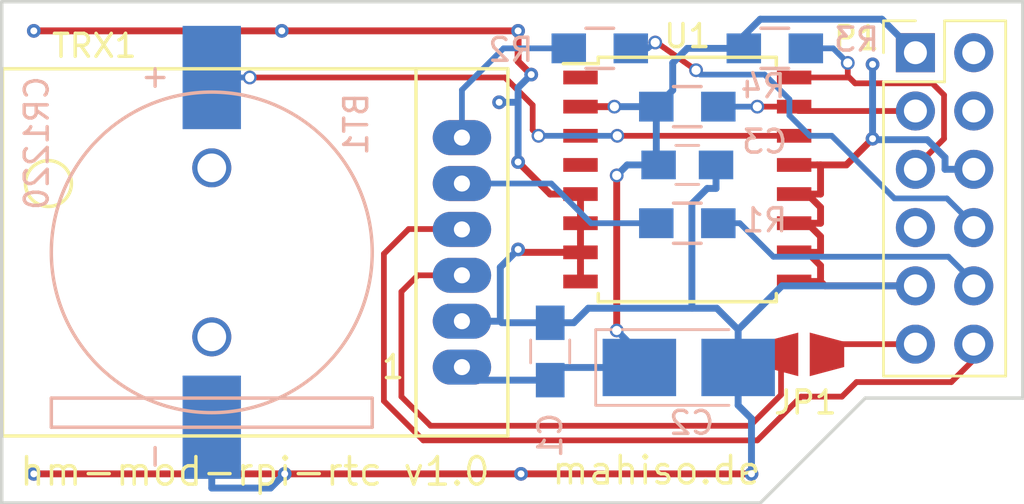
<source format=kicad_pcb>
(kicad_pcb (version 20171130) (host pcbnew "(5.1.12)-1")

  (general
    (thickness 1.6)
    (drawings 8)
    (tracks 178)
    (zones 0)
    (modules 25)
    (nets 19)
  )

  (page A4)
  (layers
    (0 F.Cu signal)
    (31 B.Cu signal)
    (32 B.Adhes user hide)
    (33 F.Adhes user hide)
    (34 B.Paste user hide)
    (35 F.Paste user hide)
    (36 B.SilkS user hide)
    (37 F.SilkS user hide)
    (38 B.Mask user hide)
    (39 F.Mask user hide)
    (40 Dwgs.User user hide)
    (41 Cmts.User user hide)
    (42 Eco1.User user hide)
    (43 Eco2.User user hide)
    (44 Edge.Cuts user)
    (45 Margin user hide)
    (46 B.CrtYd user hide)
    (47 F.CrtYd user hide)
    (48 B.Fab user hide)
    (49 F.Fab user hide)
  )

  (setup
    (last_trace_width 0.25)
    (trace_clearance 0.2)
    (zone_clearance 0.508)
    (zone_45_only no)
    (trace_min 0.2)
    (via_size 0.6)
    (via_drill 0.4)
    (via_min_size 0.4)
    (via_min_drill 0.3)
    (uvia_size 0.3)
    (uvia_drill 0.1)
    (uvias_allowed no)
    (uvia_min_size 0.2)
    (uvia_min_drill 0.1)
    (edge_width 0.15)
    (segment_width 0.2)
    (pcb_text_width 0.3)
    (pcb_text_size 1.5 1.5)
    (mod_edge_width 0.15)
    (mod_text_size 1 1)
    (mod_text_width 0.15)
    (pad_size 0.6 0.6)
    (pad_drill 0.3)
    (pad_to_mask_clearance 0.2)
    (aux_axis_origin 0 0)
    (visible_elements 7FFFFFFF)
    (pcbplotparams
      (layerselection 0x010f0_80000001)
      (usegerberextensions true)
      (usegerberattributes true)
      (usegerberadvancedattributes true)
      (creategerberjobfile true)
      (excludeedgelayer true)
      (linewidth 0.100000)
      (plotframeref false)
      (viasonmask false)
      (mode 1)
      (useauxorigin false)
      (hpglpennumber 1)
      (hpglpenspeed 20)
      (hpglpendiameter 15.000000)
      (psnegative false)
      (psa4output false)
      (plotreference true)
      (plotvalue true)
      (plotinvisibletext false)
      (padsonsilk false)
      (subtractmaskfromsilk false)
      (outputformat 1)
      (mirror false)
      (drillshape 0)
      (scaleselection 1)
      (outputdirectory "gerber-output/"))
  )

  (net 0 "")
  (net 1 VCC)
  (net 2 GND)
  (net 3 /PROG)
  (net 4 "Net-(JP1-Pad2)")
  (net 5 "Net-(P1-Pad2)")
  (net 6 /SDA)
  (net 7 "Net-(P1-Pad4)")
  (net 8 /SCL)
  (net 9 "Net-(P1-Pad7)")
  (net 10 /RX)
  (net 11 /TX)
  (net 12 /RESET)
  (net 13 "Net-(R1-Pad2)")
  (net 14 "Net-(R2-Pad2)")
  (net 15 "Net-(U1-Pad1)")
  (net 16 "Net-(U1-Pad3)")
  (net 17 "Net-(U1-Pad4)")
  (net 18 "Net-(BT1-Pad1)")

  (net_class Default "This is the default net class."
    (clearance 0.2)
    (trace_width 0.25)
    (via_dia 0.6)
    (via_drill 0.4)
    (uvia_dia 0.3)
    (uvia_drill 0.1)
    (add_net /PROG)
    (add_net /RESET)
    (add_net /RX)
    (add_net /SCL)
    (add_net /SDA)
    (add_net /TX)
    (add_net "Net-(BT1-Pad1)")
    (add_net "Net-(JP1-Pad2)")
    (add_net "Net-(P1-Pad2)")
    (add_net "Net-(P1-Pad4)")
    (add_net "Net-(P1-Pad7)")
    (add_net "Net-(R1-Pad2)")
    (add_net "Net-(R2-Pad2)")
    (add_net "Net-(U1-Pad1)")
    (add_net "Net-(U1-Pad3)")
    (add_net "Net-(U1-Pad4)")
  )

  (net_class Power ""
    (clearance 0.25)
    (trace_width 0.3)
    (via_dia 0.6)
    (via_drill 0.4)
    (uvia_dia 0.3)
    (uvia_drill 0.1)
    (add_net GND)
    (add_net VCC)
  )

  (module hm-mod-uart:VIA-0.6mm (layer F.Cu) (tedit 58C46686) (tstamp 58C46E4C)
    (at 155.829 116.713)
    (fp_text reference REF**_13 (at 0 1.27) (layer F.SilkS) hide
      (effects (font (size 1 1) (thickness 0.15)))
    )
    (fp_text value VIA-0.6mm (at 0 -1.27) (layer F.Fab) hide
      (effects (font (size 1 1) (thickness 0.15)))
    )
    (pad 1 thru_hole circle (at 0 0) (size 0.6 0.6) (drill 0.3) (layers *.Cu)
      (net 2 GND) (zone_connect 2))
  )

  (module hm-mod-uart:VIA-0.6mm (layer F.Cu) (tedit 58C46686) (tstamp 58C46DA9)
    (at 155.829 107.188)
    (fp_text reference REF**_12 (at 0 1.27) (layer F.SilkS) hide
      (effects (font (size 1 1) (thickness 0.15)))
    )
    (fp_text value VIA-0.6mm (at 0 -1.27) (layer F.Fab) hide
      (effects (font (size 1 1) (thickness 0.15)))
    )
    (pad 1 thru_hole circle (at 0 0) (size 0.6 0.6) (drill 0.3) (layers *.Cu)
      (net 2 GND) (zone_connect 2))
  )

  (module hm-mod-uart:VIA-0.6mm (layer F.Cu) (tedit 58C46686) (tstamp 58C46D96)
    (at 145.542 107.188)
    (fp_text reference REF**_11 (at 0 1.27) (layer F.SilkS) hide
      (effects (font (size 1 1) (thickness 0.15)))
    )
    (fp_text value VIA-0.6mm (at 0 -1.27) (layer F.Fab) hide
      (effects (font (size 1 1) (thickness 0.15)))
    )
    (pad 1 thru_hole circle (at 0 0) (size 0.6 0.6) (drill 0.3) (layers *.Cu)
      (net 2 GND) (zone_connect 2))
  )

  (module hm-mod-uart:VIA-0.6mm (layer F.Cu) (tedit 58C46686) (tstamp 58C46D89)
    (at 134.747 107.188)
    (fp_text reference REF**_10 (at 0 1.27) (layer F.SilkS) hide
      (effects (font (size 1 1) (thickness 0.15)))
    )
    (fp_text value VIA-0.6mm (at 0 -1.27) (layer F.Fab) hide
      (effects (font (size 1 1) (thickness 0.15)))
    )
    (pad 1 thru_hole circle (at 0 0) (size 0.6 0.6) (drill 0.3) (layers *.Cu)
      (net 2 GND) (zone_connect 2))
  )

  (module hm-mod-uart:VIA-0.6mm (layer F.Cu) (tedit 58C46686) (tstamp 58C46D58)
    (at 134.747 126.492)
    (fp_text reference REF**_9 (at 0 1.27) (layer F.SilkS) hide
      (effects (font (size 1 1) (thickness 0.15)))
    )
    (fp_text value VIA-0.6mm (at 0 -1.27) (layer F.Fab) hide
      (effects (font (size 1 1) (thickness 0.15)))
    )
    (pad 1 thru_hole circle (at 0 0) (size 0.6 0.6) (drill 0.3) (layers *.Cu)
      (net 2 GND) (zone_connect 2))
  )

  (module hm-mod-uart:VIA-0.6mm (layer F.Cu) (tedit 58C46686) (tstamp 58C46D30)
    (at 145.669 126.492)
    (fp_text reference REF**_8 (at 0 1.27) (layer F.SilkS) hide
      (effects (font (size 1 1) (thickness 0.15)))
    )
    (fp_text value VIA-0.6mm (at 0 -1.27) (layer F.Fab) hide
      (effects (font (size 1 1) (thickness 0.15)))
    )
    (pad 1 thru_hole circle (at 0 0) (size 0.6 0.6) (drill 0.3) (layers *.Cu)
      (net 2 GND) (zone_connect 2))
  )

  (module hm-mod-uart:VIA-0.6mm (layer F.Cu) (tedit 58C46686) (tstamp 58C46D26)
    (at 155.956 126.492)
    (fp_text reference REF**_7 (at 0 1.27) (layer F.SilkS) hide
      (effects (font (size 1 1) (thickness 0.15)))
    )
    (fp_text value VIA-0.6mm (at 0 -1.27) (layer F.Fab) hide
      (effects (font (size 1 1) (thickness 0.15)))
    )
    (pad 1 thru_hole circle (at 0 0) (size 0.6 0.6) (drill 0.3) (layers *.Cu)
      (net 2 GND) (zone_connect 2))
  )

  (module hm-mod-uart:VIA-0.6mm (layer F.Cu) (tedit 58C46686) (tstamp 58C46CE0)
    (at 165.989 126.492)
    (fp_text reference REF**_6 (at 0 1.27) (layer F.SilkS) hide
      (effects (font (size 1 1) (thickness 0.15)))
    )
    (fp_text value VIA-0.6mm (at 0 -1.27) (layer F.Fab) hide
      (effects (font (size 1 1) (thickness 0.15)))
    )
    (pad 1 thru_hole circle (at 0 0) (size 0.6 0.6) (drill 0.3) (layers *.Cu)
      (net 2 GND) (zone_connect 2))
  )

  (module hm-mod-uart:VIA-0.6mm (layer F.Cu) (tedit 58C46686) (tstamp 58C46947)
    (at 171.26 111.887)
    (fp_text reference REF**_5 (at 0 1.27) (layer F.SilkS) hide
      (effects (font (size 1 1) (thickness 0.15)))
    )
    (fp_text value VIA-0.6mm (at 0 -1.27) (layer F.Fab) hide
      (effects (font (size 1 1) (thickness 0.15)))
    )
    (pad 1 thru_hole circle (at 0 0) (size 0.6 0.6) (drill 0.3) (layers *.Cu)
      (net 2 GND) (zone_connect 2))
  )

  (module hm-mod-uart:VIA-0.6mm (layer F.Cu) (tedit 58C46686) (tstamp 58C46777)
    (at 171.26 108.648)
    (fp_text reference REF**_4 (at 0 1.27) (layer F.SilkS) hide
      (effects (font (size 1 1) (thickness 0.15)))
    )
    (fp_text value VIA-0.6mm (at 0 -1.27) (layer F.Fab) hide
      (effects (font (size 1 1) (thickness 0.15)))
    )
    (pad 1 thru_hole circle (at 0 0) (size 0.6 0.6) (drill 0.3) (layers *.Cu)
      (net 2 GND) (zone_connect 2))
  )

  (module hm-mod-uart:VIA-0.6mm (layer F.Cu) (tedit 58C46686) (tstamp 58C466E6)
    (at 156.4 109.093)
    (fp_text reference REF**_3 (at 0 1.27) (layer F.SilkS) hide
      (effects (font (size 1 1) (thickness 0.15)))
    )
    (fp_text value VIA-0.6mm (at 0 -1.27) (layer F.Fab) hide
      (effects (font (size 1 1) (thickness 0.15)))
    )
    (pad 1 thru_hole circle (at 0 0) (size 0.6 0.6) (drill 0.3) (layers *.Cu)
      (net 2 GND) (zone_connect 2))
  )

  (module hm-mod-uart:VIA-0.6mm (layer F.Cu) (tedit 58C46686) (tstamp 58C466BB)
    (at 155.004 110.3)
    (fp_text reference REF**_2 (at 0 1.27) (layer F.SilkS) hide
      (effects (font (size 1 1) (thickness 0.15)))
    )
    (fp_text value VIA-0.6mm (at 0 -1.27) (layer F.Fab) hide
      (effects (font (size 1 1) (thickness 0.15)))
    )
    (pad 1 thru_hole circle (at 0 0) (size 0.6 0.6) (drill 0.3) (layers *.Cu)
      (net 2 GND) (zone_connect 2))
  )

  (module Capacitors_SMD:C_0805_HandSoldering (layer B.Cu) (tedit 58C54E33) (tstamp 589B691B)
    (at 157.226 121.158 90)
    (descr "Capacitor SMD 0805, hand soldering")
    (tags "capacitor 0805")
    (path /5898AD8E)
    (attr smd)
    (fp_text reference C1 (at -3.6576 0 90) (layer B.SilkS)
      (effects (font (size 1 1) (thickness 0.15)) (justify mirror))
    )
    (fp_text value 100n (at 0 -2.1 90) (layer B.Fab)
      (effects (font (size 1 1) (thickness 0.15)) (justify mirror))
    )
    (fp_line (start -0.5 -0.85) (end 0.5 -0.85) (layer B.SilkS) (width 0.12))
    (fp_line (start 0.5 0.85) (end -0.5 0.85) (layer B.SilkS) (width 0.12))
    (fp_line (start 2.3 1) (end 2.3 -1) (layer B.CrtYd) (width 0.05))
    (fp_line (start -2.3 1) (end -2.3 -1) (layer B.CrtYd) (width 0.05))
    (fp_line (start -2.3 -1) (end 2.3 -1) (layer B.CrtYd) (width 0.05))
    (fp_line (start -2.3 1) (end 2.3 1) (layer B.CrtYd) (width 0.05))
    (fp_line (start -1 0.625) (end 1 0.625) (layer B.Fab) (width 0.1))
    (fp_line (start 1 0.625) (end 1 -0.625) (layer B.Fab) (width 0.1))
    (fp_line (start 1 -0.625) (end -1 -0.625) (layer B.Fab) (width 0.1))
    (fp_line (start -1 -0.625) (end -1 0.625) (layer B.Fab) (width 0.1))
    (pad 1 smd rect (at -1.25 0 90) (size 1.5 1.25) (layers B.Cu B.Paste B.Mask)
      (net 1 VCC))
    (pad 2 smd rect (at 1.25 0 90) (size 1.5 1.25) (layers B.Cu B.Paste B.Mask)
      (net 2 GND))
    (model Capacitors_SMD.3dshapes/C_0805_HandSoldering.wrl
      (at (xyz 0 0 0))
      (scale (xyz 1 1 1))
      (rotate (xyz 0 0 0))
    )
  )

  (module Capacitors_SMD:C_0805_HandSoldering (layer B.Cu) (tedit 58C45D55) (tstamp 589B6921)
    (at 163.195 113.03)
    (descr "Capacitor SMD 0805, hand soldering")
    (tags "capacitor 0805")
    (path /589B4D69)
    (attr smd)
    (fp_text reference C3 (at 3.3655 -1.016) (layer B.SilkS)
      (effects (font (size 1 1) (thickness 0.15)) (justify mirror))
    )
    (fp_text value 100n (at 0 -2.1) (layer B.Fab)
      (effects (font (size 1 1) (thickness 0.15)) (justify mirror))
    )
    (fp_line (start -0.5 -0.85) (end 0.5 -0.85) (layer B.SilkS) (width 0.12))
    (fp_line (start 0.5 0.85) (end -0.5 0.85) (layer B.SilkS) (width 0.12))
    (fp_line (start 2.3 1) (end 2.3 -1) (layer B.CrtYd) (width 0.05))
    (fp_line (start -2.3 1) (end -2.3 -1) (layer B.CrtYd) (width 0.05))
    (fp_line (start -2.3 -1) (end 2.3 -1) (layer B.CrtYd) (width 0.05))
    (fp_line (start -2.3 1) (end 2.3 1) (layer B.CrtYd) (width 0.05))
    (fp_line (start -1 0.625) (end 1 0.625) (layer B.Fab) (width 0.1))
    (fp_line (start 1 0.625) (end 1 -0.625) (layer B.Fab) (width 0.1))
    (fp_line (start 1 -0.625) (end -1 -0.625) (layer B.Fab) (width 0.1))
    (fp_line (start -1 -0.625) (end -1 0.625) (layer B.Fab) (width 0.1))
    (pad 1 smd rect (at -1.25 0) (size 1.5 1.25) (layers B.Cu B.Paste B.Mask)
      (net 1 VCC))
    (pad 2 smd rect (at 1.25 0) (size 1.5 1.25) (layers B.Cu B.Paste B.Mask)
      (net 2 GND))
    (model Capacitors_SMD.3dshapes/C_0805_HandSoldering.wrl
      (at (xyz 0 0 0))
      (scale (xyz 1 1 1))
      (rotate (xyz 0 0 0))
    )
  )

  (module hm-mod-uart:solder_jumper (layer F.Cu) (tedit 58C459D9) (tstamp 589B6927)
    (at 168.275 121.285 180)
    (path /5898ADED)
    (fp_text reference JP1 (at -0.0635 -2.0955 180) (layer F.SilkS)
      (effects (font (size 1 1) (thickness 0.15)))
    )
    (fp_text value Prog (at 0 2 180) (layer F.Fab)
      (effects (font (size 1 1) (thickness 0.15)))
    )
    (pad 1 smd trapezoid (at -1 0 180) (size 1.5 1.5) (rect_delta -0.4 0 ) (layers F.Cu F.Paste F.Mask)
      (net 3 /PROG))
    (pad 2 smd trapezoid (at 1 0 180) (size 1.5 1.5) (rect_delta 0.4 0 ) (layers F.Cu F.Paste F.Mask)
      (net 4 "Net-(JP1-Pad2)"))
  )

  (module Pin_Headers:Pin_Header_Straight_2x06_Pitch2.54mm (layer F.Cu) (tedit 58C45B66) (tstamp 589B6937)
    (at 173.125 108.14)
    (descr "Through hole straight pin header, 2x06, 2.54mm pitch, double rows")
    (tags "Through hole pin header THT 2x06 2.54mm double row")
    (path /5898AC22)
    (fp_text reference P1 (at -2.564476 -0.6345) (layer F.SilkS)
      (effects (font (size 1 1) (thickness 0.15)))
    )
    (fp_text value "RPI CONN" (at 1.27 15.09) (layer F.Fab)
      (effects (font (size 1 1) (thickness 0.15)))
    )
    (fp_line (start 4.1 -1.6) (end -1.6 -1.6) (layer F.CrtYd) (width 0.05))
    (fp_line (start 4.1 14.3) (end 4.1 -1.6) (layer F.CrtYd) (width 0.05))
    (fp_line (start -1.6 14.3) (end 4.1 14.3) (layer F.CrtYd) (width 0.05))
    (fp_line (start -1.6 -1.6) (end -1.6 14.3) (layer F.CrtYd) (width 0.05))
    (fp_line (start -1.39 -1.39) (end 0 -1.39) (layer F.SilkS) (width 0.12))
    (fp_line (start -1.39 0) (end -1.39 -1.39) (layer F.SilkS) (width 0.12))
    (fp_line (start 1.27 1.27) (end -1.39 1.27) (layer F.SilkS) (width 0.12))
    (fp_line (start 1.27 -1.39) (end 1.27 1.27) (layer F.SilkS) (width 0.12))
    (fp_line (start 3.93 -1.39) (end 1.27 -1.39) (layer F.SilkS) (width 0.12))
    (fp_line (start 3.93 14.09) (end 3.93 -1.39) (layer F.SilkS) (width 0.12))
    (fp_line (start -1.39 14.09) (end 3.93 14.09) (layer F.SilkS) (width 0.12))
    (fp_line (start -1.39 1.27) (end -1.39 14.09) (layer F.SilkS) (width 0.12))
    (fp_line (start 3.81 -1.27) (end -1.27 -1.27) (layer F.Fab) (width 0.1))
    (fp_line (start 3.81 13.97) (end 3.81 -1.27) (layer F.Fab) (width 0.1))
    (fp_line (start -1.27 13.97) (end 3.81 13.97) (layer F.Fab) (width 0.1))
    (fp_line (start -1.27 -1.27) (end -1.27 13.97) (layer F.Fab) (width 0.1))
    (pad 1 thru_hole rect (at 0 0) (size 1.7 1.7) (drill 1) (layers *.Cu *.Mask)
      (net 1 VCC))
    (pad 2 thru_hole oval (at 2.54 0) (size 1.7 1.7) (drill 1) (layers *.Cu *.Mask)
      (net 5 "Net-(P1-Pad2)"))
    (pad 3 thru_hole oval (at 0 2.54) (size 1.7 1.7) (drill 1) (layers *.Cu *.Mask)
      (net 6 /SDA))
    (pad 4 thru_hole oval (at 2.54 2.54) (size 1.7 1.7) (drill 1) (layers *.Cu *.Mask)
      (net 7 "Net-(P1-Pad4)"))
    (pad 5 thru_hole oval (at 0 5.08) (size 1.7 1.7) (drill 1) (layers *.Cu *.Mask)
      (net 8 /SCL))
    (pad 6 thru_hole oval (at 2.54 5.08) (size 1.7 1.7) (drill 1) (layers *.Cu *.Mask)
      (net 2 GND))
    (pad 7 thru_hole oval (at 0 7.62) (size 1.7 1.7) (drill 1) (layers *.Cu *.Mask)
      (net 9 "Net-(P1-Pad7)"))
    (pad 8 thru_hole oval (at 2.54 7.62) (size 1.7 1.7) (drill 1) (layers *.Cu *.Mask)
      (net 10 /RX))
    (pad 9 thru_hole oval (at 0 10.16) (size 1.7 1.7) (drill 1) (layers *.Cu *.Mask)
      (net 2 GND))
    (pad 10 thru_hole oval (at 2.54 10.16) (size 1.7 1.7) (drill 1) (layers *.Cu *.Mask)
      (net 11 /TX))
    (pad 11 thru_hole oval (at 0 12.7) (size 1.7 1.7) (drill 1) (layers *.Cu *.Mask)
      (net 3 /PROG))
    (pad 12 thru_hole oval (at 2.54 12.7) (size 1.7 1.7) (drill 1) (layers *.Cu *.Mask)
      (net 12 /RESET))
    (model Pin_Headers.3dshapes/Pin_Header_Straight_2x06_Pitch2.54mm.wrl
      (offset (xyz 1.269999980926514 -6.349999904632568 0))
      (scale (xyz 1 1 1))
      (rotate (xyz 0 0 90))
    )
  )

  (module Resistors_SMD:R_0805_HandSoldering (layer B.Cu) (tedit 58C45D10) (tstamp 589B693D)
    (at 163.195 115.57 180)
    (descr "Resistor SMD 0805, hand soldering")
    (tags "resistor 0805")
    (path /5898ACEE)
    (attr smd)
    (fp_text reference R1 (at -3.3655 0.127 180) (layer B.SilkS)
      (effects (font (size 1 1) (thickness 0.15)) (justify mirror))
    )
    (fp_text value 1k (at 0 -2.1 180) (layer B.Fab)
      (effects (font (size 1 1) (thickness 0.15)) (justify mirror))
    )
    (fp_line (start -0.6 0.875) (end 0.6 0.875) (layer B.SilkS) (width 0.15))
    (fp_line (start 0.6 -0.875) (end -0.6 -0.875) (layer B.SilkS) (width 0.15))
    (fp_line (start 2.4 1) (end 2.4 -1) (layer B.CrtYd) (width 0.05))
    (fp_line (start -2.4 1) (end -2.4 -1) (layer B.CrtYd) (width 0.05))
    (fp_line (start -2.4 -1) (end 2.4 -1) (layer B.CrtYd) (width 0.05))
    (fp_line (start -2.4 1) (end 2.4 1) (layer B.CrtYd) (width 0.05))
    (fp_line (start -1 0.625) (end 1 0.625) (layer B.Fab) (width 0.1))
    (fp_line (start 1 0.625) (end 1 -0.625) (layer B.Fab) (width 0.1))
    (fp_line (start 1 -0.625) (end -1 -0.625) (layer B.Fab) (width 0.1))
    (fp_line (start -1 -0.625) (end -1 0.625) (layer B.Fab) (width 0.1))
    (pad 1 smd rect (at -1.35 0 180) (size 1.5 1.3) (layers B.Cu B.Paste B.Mask)
      (net 11 /TX))
    (pad 2 smd rect (at 1.35 0 180) (size 1.5 1.3) (layers B.Cu B.Paste B.Mask)
      (net 13 "Net-(R1-Pad2)"))
    (model Resistors_SMD.3dshapes/R_0805_HandSoldering.wrl
      (at (xyz 0 0 0))
      (scale (xyz 1 1 1))
      (rotate (xyz 0 0 0))
    )
  )

  (module Resistors_SMD:R_0805_HandSoldering (layer B.Cu) (tedit 58C45CB1) (tstamp 589B6943)
    (at 159.385 107.95 180)
    (descr "Resistor SMD 0805, hand soldering")
    (tags "resistor 0805")
    (path /5898ACA7)
    (attr smd)
    (fp_text reference R2 (at 3.8735 -0.0635 180) (layer B.SilkS)
      (effects (font (size 1 1) (thickness 0.15)) (justify mirror))
    )
    (fp_text value 1k (at 0 -2.1 180) (layer B.Fab)
      (effects (font (size 1 1) (thickness 0.15)) (justify mirror))
    )
    (fp_line (start -0.6 0.875) (end 0.6 0.875) (layer B.SilkS) (width 0.15))
    (fp_line (start 0.6 -0.875) (end -0.6 -0.875) (layer B.SilkS) (width 0.15))
    (fp_line (start 2.4 1) (end 2.4 -1) (layer B.CrtYd) (width 0.05))
    (fp_line (start -2.4 1) (end -2.4 -1) (layer B.CrtYd) (width 0.05))
    (fp_line (start -2.4 -1) (end 2.4 -1) (layer B.CrtYd) (width 0.05))
    (fp_line (start -2.4 1) (end 2.4 1) (layer B.CrtYd) (width 0.05))
    (fp_line (start -1 0.625) (end 1 0.625) (layer B.Fab) (width 0.1))
    (fp_line (start 1 0.625) (end 1 -0.625) (layer B.Fab) (width 0.1))
    (fp_line (start 1 -0.625) (end -1 -0.625) (layer B.Fab) (width 0.1))
    (fp_line (start -1 -0.625) (end -1 0.625) (layer B.Fab) (width 0.1))
    (pad 1 smd rect (at -1.35 0 180) (size 1.5 1.3) (layers B.Cu B.Paste B.Mask)
      (net 10 /RX))
    (pad 2 smd rect (at 1.35 0 180) (size 1.5 1.3) (layers B.Cu B.Paste B.Mask)
      (net 14 "Net-(R2-Pad2)"))
    (model Resistors_SMD.3dshapes/R_0805_HandSoldering.wrl
      (at (xyz 0 0 0))
      (scale (xyz 1 1 1))
      (rotate (xyz 0 0 0))
    )
  )

  (module Resistors_SMD:R_0805_HandSoldering (layer B.Cu) (tedit 58C45D80) (tstamp 589B6949)
    (at 167.005 107.95)
    (descr "Resistor SMD 0805, hand soldering")
    (tags "resistor 0805")
    (path /589B47D7)
    (attr smd)
    (fp_text reference R3 (at 3.556 -0.381) (layer B.SilkS)
      (effects (font (size 1 1) (thickness 0.15)) (justify mirror))
    )
    (fp_text value 4.7K (at 0 -2.1) (layer B.Fab)
      (effects (font (size 1 1) (thickness 0.15)) (justify mirror))
    )
    (fp_line (start -0.6 0.875) (end 0.6 0.875) (layer B.SilkS) (width 0.15))
    (fp_line (start 0.6 -0.875) (end -0.6 -0.875) (layer B.SilkS) (width 0.15))
    (fp_line (start 2.4 1) (end 2.4 -1) (layer B.CrtYd) (width 0.05))
    (fp_line (start -2.4 1) (end -2.4 -1) (layer B.CrtYd) (width 0.05))
    (fp_line (start -2.4 -1) (end 2.4 -1) (layer B.CrtYd) (width 0.05))
    (fp_line (start -2.4 1) (end 2.4 1) (layer B.CrtYd) (width 0.05))
    (fp_line (start -1 0.625) (end 1 0.625) (layer B.Fab) (width 0.1))
    (fp_line (start 1 0.625) (end 1 -0.625) (layer B.Fab) (width 0.1))
    (fp_line (start 1 -0.625) (end -1 -0.625) (layer B.Fab) (width 0.1))
    (fp_line (start -1 -0.625) (end -1 0.625) (layer B.Fab) (width 0.1))
    (pad 1 smd rect (at -1.35 0) (size 1.5 1.3) (layers B.Cu B.Paste B.Mask)
      (net 1 VCC))
    (pad 2 smd rect (at 1.35 0) (size 1.5 1.3) (layers B.Cu B.Paste B.Mask)
      (net 8 /SCL))
    (model Resistors_SMD.3dshapes/R_0805_HandSoldering.wrl
      (at (xyz 0 0 0))
      (scale (xyz 1 1 1))
      (rotate (xyz 0 0 0))
    )
  )

  (module Resistors_SMD:R_0805_HandSoldering (layer B.Cu) (tedit 58C45D4B) (tstamp 589B694F)
    (at 163.195 110.49)
    (descr "Resistor SMD 0805, hand soldering")
    (tags "resistor 0805")
    (path /589B482E)
    (attr smd)
    (fp_text reference R4 (at 3.302 -0.889) (layer B.SilkS)
      (effects (font (size 1 1) (thickness 0.15)) (justify mirror))
    )
    (fp_text value 4.7K (at 0 -2.1) (layer B.Fab)
      (effects (font (size 1 1) (thickness 0.15)) (justify mirror))
    )
    (fp_line (start -0.6 0.875) (end 0.6 0.875) (layer B.SilkS) (width 0.15))
    (fp_line (start 0.6 -0.875) (end -0.6 -0.875) (layer B.SilkS) (width 0.15))
    (fp_line (start 2.4 1) (end 2.4 -1) (layer B.CrtYd) (width 0.05))
    (fp_line (start -2.4 1) (end -2.4 -1) (layer B.CrtYd) (width 0.05))
    (fp_line (start -2.4 -1) (end 2.4 -1) (layer B.CrtYd) (width 0.05))
    (fp_line (start -2.4 1) (end 2.4 1) (layer B.CrtYd) (width 0.05))
    (fp_line (start -1 0.625) (end 1 0.625) (layer B.Fab) (width 0.1))
    (fp_line (start 1 0.625) (end 1 -0.625) (layer B.Fab) (width 0.1))
    (fp_line (start 1 -0.625) (end -1 -0.625) (layer B.Fab) (width 0.1))
    (fp_line (start -1 -0.625) (end -1 0.625) (layer B.Fab) (width 0.1))
    (pad 1 smd rect (at -1.35 0) (size 1.5 1.3) (layers B.Cu B.Paste B.Mask)
      (net 1 VCC))
    (pad 2 smd rect (at 1.35 0) (size 1.5 1.3) (layers B.Cu B.Paste B.Mask)
      (net 6 /SDA))
    (model Resistors_SMD.3dshapes/R_0805_HandSoldering.wrl
      (at (xyz 0 0 0))
      (scale (xyz 1 1 1))
      (rotate (xyz 0 0 0))
    )
  )

  (module hm-mod-uart:HM-MOD-UART (layer F.Cu) (tedit 5899FE74) (tstamp 589B6959)
    (at 151.384 116.84)
    (path /5899ED46)
    (fp_text reference TRX1 (at -14 -9) (layer F.SilkS)
      (effects (font (size 1 1) (thickness 0.15)))
    )
    (fp_text value HM-MOD-UART (at -9 6) (layer F.Fab)
      (effects (font (size 1 1) (thickness 0.15)))
    )
    (fp_circle (center -16 -3) (end -17 -3) (layer F.SilkS) (width 0.15))
    (fp_line (start -18 8) (end 4 8) (layer F.SilkS) (width 0.15))
    (fp_line (start -18 -8) (end -18 8) (layer F.SilkS) (width 0.15))
    (fp_line (start 4 -8) (end -18 -8) (layer F.SilkS) (width 0.15))
    (fp_line (start 4 8) (end 4 -8) (layer F.SilkS) (width 0.15))
    (fp_line (start 0 -8) (end 0 8) (layer F.SilkS) (width 0.15))
    (fp_text user 1 (at -1 5) (layer F.SilkS)
      (effects (font (size 1 1) (thickness 0.15)))
    )
    (pad 6 thru_hole oval (at 2 -5) (size 2.54 1.524) (drill 0.7) (layers *.Cu *.Mask)
      (net 14 "Net-(R2-Pad2)"))
    (pad 5 thru_hole oval (at 2 -3) (size 2.54 1.524) (drill 0.7) (layers *.Cu *.Mask)
      (net 13 "Net-(R1-Pad2)"))
    (pad 4 thru_hole oval (at 2 -1) (size 2.54 1.524) (drill 0.7) (layers *.Cu *.Mask)
      (net 12 /RESET))
    (pad 3 thru_hole oval (at 2 1) (size 2.54 1.524) (drill 0.7) (layers *.Cu *.Mask)
      (net 4 "Net-(JP1-Pad2)"))
    (pad 2 thru_hole oval (at 2 3) (size 2.54 1.524) (drill 0.7) (layers *.Cu *.Mask)
      (net 2 GND))
    (pad 1 thru_hole oval (at 2 5) (size 2.54 1.524) (drill 0.7) (layers *.Cu *.Mask)
      (net 1 VCC))
  )

  (module Housings_SOIC:SOIC-16W_7.5x10.3mm_Pitch1.27mm (layer F.Cu) (tedit 574D96A0) (tstamp 589B696D)
    (at 163.195 113.665)
    (descr "16-Lead Plastic Small Outline (SO) - Wide, 7.50 mm Body [SOIC] (see Microchip Packaging Specification 00000049BS.pdf)")
    (tags "SOIC 1.27")
    (path /589B471C)
    (attr smd)
    (fp_text reference U1 (at 0 -6.25) (layer F.SilkS)
      (effects (font (size 1 1) (thickness 0.15)))
    )
    (fp_text value DS3231 (at 0 6.25) (layer F.Fab)
      (effects (font (size 1 1) (thickness 0.15)))
    )
    (fp_line (start -3.875 -5.05) (end -5.4 -5.05) (layer F.SilkS) (width 0.15))
    (fp_line (start -3.875 5.325) (end 3.875 5.325) (layer F.SilkS) (width 0.15))
    (fp_line (start -3.875 -5.325) (end 3.875 -5.325) (layer F.SilkS) (width 0.15))
    (fp_line (start -3.875 5.325) (end -3.875 4.97) (layer F.SilkS) (width 0.15))
    (fp_line (start 3.875 5.325) (end 3.875 4.97) (layer F.SilkS) (width 0.15))
    (fp_line (start 3.875 -5.325) (end 3.875 -4.97) (layer F.SilkS) (width 0.15))
    (fp_line (start -3.875 -5.325) (end -3.875 -5.05) (layer F.SilkS) (width 0.15))
    (fp_line (start -5.65 5.5) (end 5.65 5.5) (layer F.CrtYd) (width 0.05))
    (fp_line (start -5.65 -5.5) (end 5.65 -5.5) (layer F.CrtYd) (width 0.05))
    (fp_line (start 5.65 -5.5) (end 5.65 5.5) (layer F.CrtYd) (width 0.05))
    (fp_line (start -5.65 -5.5) (end -5.65 5.5) (layer F.CrtYd) (width 0.05))
    (fp_line (start -3.75 -4.15) (end -2.75 -5.15) (layer F.Fab) (width 0.15))
    (fp_line (start -3.75 5.15) (end -3.75 -4.15) (layer F.Fab) (width 0.15))
    (fp_line (start 3.75 5.15) (end -3.75 5.15) (layer F.Fab) (width 0.15))
    (fp_line (start 3.75 -5.15) (end 3.75 5.15) (layer F.Fab) (width 0.15))
    (fp_line (start -2.75 -5.15) (end 3.75 -5.15) (layer F.Fab) (width 0.15))
    (pad 1 smd rect (at -4.65 -4.445) (size 1.5 0.6) (layers F.Cu F.Paste F.Mask)
      (net 15 "Net-(U1-Pad1)"))
    (pad 2 smd rect (at -4.65 -3.175) (size 1.5 0.6) (layers F.Cu F.Paste F.Mask)
      (net 1 VCC))
    (pad 3 smd rect (at -4.65 -1.905) (size 1.5 0.6) (layers F.Cu F.Paste F.Mask)
      (net 16 "Net-(U1-Pad3)"))
    (pad 4 smd rect (at -4.65 -0.635) (size 1.5 0.6) (layers F.Cu F.Paste F.Mask)
      (net 17 "Net-(U1-Pad4)"))
    (pad 5 smd rect (at -4.65 0.635) (size 1.5 0.6) (layers F.Cu F.Paste F.Mask)
      (net 2 GND))
    (pad 6 smd rect (at -4.65 1.905) (size 1.5 0.6) (layers F.Cu F.Paste F.Mask)
      (net 2 GND))
    (pad 7 smd rect (at -4.65 3.175) (size 1.5 0.6) (layers F.Cu F.Paste F.Mask)
      (net 2 GND))
    (pad 8 smd rect (at -4.65 4.445) (size 1.5 0.6) (layers F.Cu F.Paste F.Mask)
      (net 2 GND))
    (pad 9 smd rect (at 4.65 4.445) (size 1.5 0.6) (layers F.Cu F.Paste F.Mask)
      (net 2 GND))
    (pad 10 smd rect (at 4.65 3.175) (size 1.5 0.6) (layers F.Cu F.Paste F.Mask)
      (net 2 GND))
    (pad 11 smd rect (at 4.65 1.905) (size 1.5 0.6) (layers F.Cu F.Paste F.Mask)
      (net 2 GND))
    (pad 12 smd rect (at 4.65 0.635) (size 1.5 0.6) (layers F.Cu F.Paste F.Mask)
      (net 2 GND))
    (pad 13 smd rect (at 4.65 -0.635) (size 1.5 0.6) (layers F.Cu F.Paste F.Mask)
      (net 2 GND))
    (pad 14 smd rect (at 4.65 -1.905) (size 1.5 0.6) (layers F.Cu F.Paste F.Mask)
      (net 18 "Net-(BT1-Pad1)"))
    (pad 15 smd rect (at 4.65 -3.175) (size 1.5 0.6) (layers F.Cu F.Paste F.Mask)
      (net 6 /SDA))
    (pad 16 smd rect (at 4.65 -4.445) (size 1.5 0.6) (layers F.Cu F.Paste F.Mask)
      (net 8 /SCL))
    (model Housings_SOIC.3dshapes/SOIC-16_7.5x10.3mm_Pitch1.27mm.wrl
      (at (xyz 0 0 0))
      (scale (xyz 1 1 1))
      (rotate (xyz 0 0 0))
    )
  )

  (module hm-mod-uart:CR1220_holder (layer B.Cu) (tedit 58C45DBE) (tstamp 58C4443A)
    (at 142.494 116.84 90)
    (descr "CR1220 holder footprint")
    (tags "CR1220 holder")
    (path /589B4F9E)
    (fp_text reference BT1 (at 5.588 6.2865 90) (layer B.SilkS)
      (effects (font (size 1 1) (thickness 0.15)) (justify mirror))
    )
    (fp_text value CR1220 (at 0 -2.54 90) (layer B.Fab)
      (effects (font (size 1 1) (thickness 0.15)) (justify mirror))
    )
    (fp_circle (center 0 0) (end 6.985 0) (layer B.SilkS) (width 0.15))
    (fp_line (start -6.35 6.985) (end -7.62 6.985) (layer B.SilkS) (width 0.15))
    (fp_line (start -6.35 -6.985) (end -6.35 6.985) (layer B.SilkS) (width 0.15))
    (fp_line (start -7.62 -6.985) (end -6.35 -6.985) (layer B.SilkS) (width 0.15))
    (fp_line (start -7.62 6.985) (end -7.62 -6.985) (layer B.SilkS) (width 0.15))
    (fp_text user CR1220 (at 4.7625 -7.62 90) (layer B.SilkS)
      (effects (font (size 1 1) (thickness 0.15)) (justify mirror))
    )
    (fp_text user - (at -8.89 -2.54 90) (layer B.SilkS)
      (effects (font (size 1 1) (thickness 0.15)) (justify mirror))
    )
    (fp_text user + (at 7.62 -2.54 90) (layer B.SilkS)
      (effects (font (size 1 1) (thickness 0.15)) (justify mirror))
    )
    (pad "" np_thru_hole circle (at 3.683 0 90) (size 1.7 1.7) (drill 1.25) (layers *.Cu *.Mask))
    (pad "" np_thru_hole circle (at -3.683 0 90) (size 1.7 1.7) (drill 1.25) (layers *.Cu *.Mask))
    (pad 2 smd rect (at -7.62 0 90) (size 4.5 2.54) (layers B.Cu B.Paste B.Mask)
      (net 2 GND))
    (pad 1 smd rect (at 7.62 0 90) (size 4.5 2.54) (layers B.Cu B.Paste B.Mask)
      (net 18 "Net-(BT1-Pad1)"))
  )

  (module Capacitors_Tantalum_SMD:CP_Tantalum_Case-B_EIA-3528-21_Hand (layer B.Cu) (tedit 58C45CCE) (tstamp 58C4580F)
    (at 163.258 121.856)
    (descr "Tantalum capacitor, Case B, EIA 3528-21, 3.5x2.8x1.9mm, Hand soldering footprint")
    (tags "capacitor tantalum smd")
    (path /5898AD15)
    (attr smd)
    (fp_text reference C2 (at 0.127 2.413) (layer B.SilkS)
      (effects (font (size 1 1) (thickness 0.15)) (justify mirror))
    )
    (fp_text value 100u/10V (at 0 -3.15) (layer B.Fab)
      (effects (font (size 1 1) (thickness 0.15)) (justify mirror))
    )
    (fp_line (start -4.05 1.65) (end -4.05 -1.65) (layer B.SilkS) (width 0.12))
    (fp_line (start -4.05 -1.65) (end 1.75 -1.65) (layer B.SilkS) (width 0.12))
    (fp_line (start -4.05 1.65) (end 1.75 1.65) (layer B.SilkS) (width 0.12))
    (fp_line (start -1.225 1.4) (end -1.225 -1.4) (layer B.Fab) (width 0.1))
    (fp_line (start -1.4 1.4) (end -1.4 -1.4) (layer B.Fab) (width 0.1))
    (fp_line (start 1.75 1.4) (end -1.75 1.4) (layer B.Fab) (width 0.1))
    (fp_line (start 1.75 -1.4) (end 1.75 1.4) (layer B.Fab) (width 0.1))
    (fp_line (start -1.75 -1.4) (end 1.75 -1.4) (layer B.Fab) (width 0.1))
    (fp_line (start -1.75 1.4) (end -1.75 -1.4) (layer B.Fab) (width 0.1))
    (fp_line (start 4.15 1.75) (end -4.15 1.75) (layer B.CrtYd) (width 0.05))
    (fp_line (start 4.15 -1.75) (end 4.15 1.75) (layer B.CrtYd) (width 0.05))
    (fp_line (start -4.15 -1.75) (end 4.15 -1.75) (layer B.CrtYd) (width 0.05))
    (fp_line (start -4.15 1.75) (end -4.15 -1.75) (layer B.CrtYd) (width 0.05))
    (pad 1 smd rect (at -2.15 0) (size 3.2 2.5) (layers B.Cu B.Paste B.Mask)
      (net 1 VCC))
    (pad 2 smd rect (at 2.15 0) (size 3.2 2.5) (layers B.Cu B.Paste B.Mask)
      (net 2 GND))
    (model Capacitors_Tantalum_SMD.3dshapes/CP_Tantalum_Case-B_EIA-3528-21.wrl
      (at (xyz 0 0 0))
      (scale (xyz 1 1 1))
      (rotate (xyz 0 0 0))
    )
  )

  (module hm-mod-uart:VIA-0.6mm (layer F.Cu) (tedit 58C46686) (tstamp 58C46678)
    (at 155.829 112.903)
    (fp_text reference REF** (at 0 1.27) (layer F.SilkS) hide
      (effects (font (size 1 1) (thickness 0.15)))
    )
    (fp_text value VIA-0.6mm (at 0 -1.27) (layer F.Fab) hide
      (effects (font (size 1 1) (thickness 0.15)))
    )
    (pad 1 thru_hole circle (at 0 0) (size 0.6 0.6) (drill 0.3) (layers *.Cu)
      (net 2 GND) (zone_connect 2))
  )

  (gr_text mahiso.de (at 161.8488 126.3396) (layer F.SilkS)
    (effects (font (size 1.2 1.2) (thickness 0.15)))
  )
  (gr_text "hm-mod-rpi-rtc v1.0" (at 144.3736 126.3904) (layer F.SilkS)
    (effects (font (size 1.2 1.2) (thickness 0.15)))
  )
  (gr_line (start 177.8 123.19) (end 177.8 105.918) (angle 90) (layer Edge.Cuts) (width 0.15))
  (gr_line (start 170.942 123.19) (end 177.8 123.19) (angle 90) (layer Edge.Cuts) (width 0.15))
  (gr_line (start 166.37 127.762) (end 170.942 123.19) (angle 90) (layer Edge.Cuts) (width 0.15))
  (gr_line (start 133.35 127.762) (end 166.37 127.762) (angle 90) (layer Edge.Cuts) (width 0.15))
  (gr_line (start 133.35 105.918) (end 133.35 127.762) (angle 90) (layer Edge.Cuts) (width 0.15))
  (gr_line (start 177.8 105.918) (end 133.35 105.918) (angle 90) (layer Edge.Cuts) (width 0.15))

  (segment (start 161.108 121.23) (end 161.108 121.04) (width 0.25) (layer B.Cu) (net 1))
  (segment (start 161.108 121.856) (end 161.108 121.23) (width 0.25) (layer B.Cu) (net 1))
  (segment (start 153.464 121.92) (end 153.384 121.84) (width 0.3) (layer B.Cu) (net 1))
  (segment (start 157.226 122.408) (end 153.952 122.408) (width 0.3) (layer B.Cu) (net 1))
  (segment (start 153.952 122.408) (end 153.464 121.92) (width 0.3) (layer B.Cu) (net 1))
  (segment (start 161.845 112.93) (end 161.945 113.03) (width 0.3) (layer B.Cu) (net 1))
  (segment (start 161.845 110.49) (end 161.845 112.93) (width 0.3) (layer B.Cu) (net 1))
  (segment (start 161.845 112.93) (end 161.945 113.03) (width 0.25) (layer B.Cu) (net 1))
  (segment (start 160.02 110.49) (end 161.845 110.49) (width 0.3) (layer B.Cu) (net 1))
  (segment (start 158.545 110.49) (end 160.02 110.49) (width 0.3) (layer F.Cu) (net 1))
  (segment (start 165.655 107.95) (end 163.195 107.95) (width 0.3) (layer B.Cu) (net 1))
  (segment (start 163.195 107.95) (end 162.56 108.585) (width 0.3) (layer B.Cu) (net 1))
  (segment (start 162.56 108.585) (end 162.56 109.775) (width 0.3) (layer B.Cu) (net 1))
  (segment (start 162.56 109.775) (end 161.845 110.49) (width 0.3) (layer B.Cu) (net 1))
  (segment (start 165.655 107.95) (end 165.655 107.395) (width 0.3) (layer B.Cu) (net 1))
  (segment (start 165.655 107.395) (end 166.37 106.68) (width 0.3) (layer B.Cu) (net 1))
  (segment (start 166.37 106.68) (end 171.665 106.68) (width 0.3) (layer B.Cu) (net 1))
  (segment (start 171.665 106.68) (end 173.125 108.14) (width 0.3) (layer B.Cu) (net 1))
  (segment (start 153.464 121.92) (end 153.384 121.84) (width 0.3) (layer F.Cu) (net 1))
  (segment (start 153.464 121.92) (end 153.384 121.84) (width 0.3) (layer B.Cu) (net 1))
  (segment (start 161.092 121.84) (end 161.108 121.856) (width 0.3) (layer B.Cu) (net 1))
  (segment (start 161.108 121.856) (end 157.778 121.856) (width 0.3) (layer B.Cu) (net 1))
  (segment (start 157.778 121.856) (end 157.226 122.408) (width 0.3) (layer B.Cu) (net 1))
  (segment (start 161.108 121.23) (end 161.108 121.856) (width 0.3) (layer B.Cu) (net 1))
  (segment (start 161.945 113.03) (end 160.579 113.03) (width 0.3) (layer B.Cu) (net 1))
  (segment (start 160.579 113.03) (end 160.122 113.487) (width 0.3) (layer B.Cu) (net 1))
  (segment (start 160.122 113.487) (end 160.122 120.244) (width 0.3) (layer F.Cu) (net 1))
  (segment (start 160.122 120.244) (end 161.108 121.23) (width 0.3) (layer B.Cu) (net 1))
  (via (at 160.02 110.49) (size 0.6) (layers F.Cu B.Cu) (net 1))
  (via (at 160.122 113.487) (size 0.6) (layers F.Cu B.Cu) (net 1))
  (via (at 160.122 120.244) (size 0.6) (layers F.Cu B.Cu) (net 1))
  (segment (start 155.829 107.188) (end 155.829 108.522) (width 0.3) (layer F.Cu) (net 2))
  (segment (start 155.829 108.522) (end 156.4 109.093) (width 0.3) (layer F.Cu) (net 2))
  (segment (start 145.542 107.188) (end 155.829 107.188) (width 0.3) (layer F.Cu) (net 2))
  (segment (start 134.747 107.188) (end 145.542 107.188) (width 0.3) (layer F.Cu) (net 2))
  (segment (start 134.747 126.492) (end 145.669 126.492) (width 0.3) (layer F.Cu) (net 2))
  (segment (start 145.669 126.492) (end 155.956 126.492) (width 0.3) (layer F.Cu) (net 2))
  (segment (start 155.956 126.492) (end 165.989 126.492) (width 0.3) (layer F.Cu) (net 2))
  (segment (start 163.3948 119.273) (end 158.8861 119.273) (width 0.3) (layer B.Cu) (net 2))
  (segment (start 158.8861 119.273) (end 158.2511 119.908) (width 0.3) (layer B.Cu) (net 2))
  (segment (start 165.408 120.2059) (end 164.4751 119.273) (width 0.3) (layer B.Cu) (net 2))
  (segment (start 164.4751 119.273) (end 163.3948 119.273) (width 0.3) (layer B.Cu) (net 2))
  (segment (start 164.445 114.0551) (end 164.0606 114.0551) (width 0.3) (layer B.Cu) (net 2))
  (segment (start 164.0606 114.0551) (end 163.3948 114.7209) (width 0.3) (layer B.Cu) (net 2))
  (segment (start 163.3948 114.7209) (end 163.3948 119.273) (width 0.3) (layer B.Cu) (net 2))
  (segment (start 157.226 119.908) (end 158.2511 119.908) (width 0.3) (layer B.Cu) (net 2))
  (segment (start 173.125 118.3) (end 167.3139 118.3) (width 0.3) (layer B.Cu) (net 2))
  (segment (start 167.3139 118.3) (end 165.408 120.2059) (width 0.3) (layer B.Cu) (net 2))
  (segment (start 171.26 111.887) (end 171.3032 111.9302) (width 0.3) (layer B.Cu) (net 2))
  (segment (start 171.3032 111.9302) (end 173.6385 111.9302) (width 0.3) (layer B.Cu) (net 2))
  (segment (start 173.6385 111.9302) (end 174.4149 112.7066) (width 0.3) (layer B.Cu) (net 2))
  (segment (start 174.4149 112.7066) (end 174.4149 113.22) (width 0.3) (layer B.Cu) (net 2))
  (segment (start 171.26 108.648) (end 171.26 111.887) (width 0.3) (layer B.Cu) (net 2))
  (segment (start 155.829 112.903) (end 157.226 114.3) (width 0.3) (layer F.Cu) (net 2))
  (segment (start 157.226 114.3) (end 158.545 114.3) (width 0.3) (layer F.Cu) (net 2))
  (segment (start 155.829 110.3) (end 155.829 109.664) (width 0.3) (layer B.Cu) (net 2))
  (segment (start 155.829 109.664) (end 156.4 109.093) (width 0.3) (layer B.Cu) (net 2))
  (segment (start 155.829 112.903) (end 155.829 110.3) (width 0.3) (layer B.Cu) (net 2))
  (segment (start 155.829 110.3) (end 155.004 110.3) (width 0.3) (layer B.Cu) (net 2))
  (segment (start 157.226 119.908) (end 155.1221 119.908) (width 0.3) (layer B.Cu) (net 2))
  (segment (start 155.1221 119.908) (end 155.0541 119.84) (width 0.3) (layer B.Cu) (net 2))
  (segment (start 165.408 121.856) (end 165.408 120.2059) (width 0.3) (layer B.Cu) (net 2))
  (segment (start 164.445 113.03) (end 164.445 114.0551) (width 0.3) (layer B.Cu) (net 2))
  (segment (start 175.665 113.22) (end 174.4149 113.22) (width 0.3) (layer B.Cu) (net 2))
  (segment (start 173.125 118.3) (end 169.1851 118.3) (width 0.3) (layer F.Cu) (net 2))
  (segment (start 169.1851 118.3) (end 168.9951 118.11) (width 0.3) (layer F.Cu) (net 2))
  (segment (start 168.4201 116.84) (end 168.9951 117.415) (width 0.3) (layer F.Cu) (net 2))
  (segment (start 168.9951 117.415) (end 168.9951 118.11) (width 0.3) (layer F.Cu) (net 2))
  (segment (start 153.384 119.84) (end 155.0541 119.84) (width 0.3) (layer B.Cu) (net 2))
  (segment (start 155.0541 119.84) (end 155.0541 117.4879) (width 0.3) (layer B.Cu) (net 2))
  (segment (start 155.0541 117.4879) (end 155.829 116.713) (width 0.3) (layer B.Cu) (net 2))
  (segment (start 158.545 114.3) (end 158.545 115.57) (width 0.3) (layer F.Cu) (net 2))
  (segment (start 158.545 115.57) (end 158.545 116.84) (width 0.3) (layer F.Cu) (net 2))
  (segment (start 158.545 116.84) (end 155.956 116.84) (width 0.3) (layer F.Cu) (net 2))
  (segment (start 155.956 116.84) (end 155.829 116.713) (width 0.3) (layer F.Cu) (net 2))
  (segment (start 158.545 118.11) (end 158.545 116.84) (width 0.3) (layer F.Cu) (net 2))
  (segment (start 168.9951 113.03) (end 170.117 113.03) (width 0.3) (layer F.Cu) (net 2))
  (segment (start 170.117 113.03) (end 171.26 111.887) (width 0.3) (layer F.Cu) (net 2))
  (segment (start 168.8576 113.03) (end 168.9951 113.03) (width 0.3) (layer F.Cu) (net 2))
  (segment (start 167.845 113.03) (end 168.8576 113.03) (width 0.3) (layer F.Cu) (net 2))
  (segment (start 167.845 118.11) (end 168.9951 118.11) (width 0.3) (layer F.Cu) (net 2))
  (segment (start 168.4201 116.84) (end 168.9951 116.84) (width 0.3) (layer F.Cu) (net 2))
  (segment (start 167.845 116.84) (end 168.4201 116.84) (width 0.3) (layer F.Cu) (net 2))
  (segment (start 168.4201 115.57) (end 168.9951 116.145) (width 0.3) (layer F.Cu) (net 2))
  (segment (start 168.9951 116.145) (end 168.9951 116.84) (width 0.3) (layer F.Cu) (net 2))
  (segment (start 168.4201 115.57) (end 168.9951 115.57) (width 0.3) (layer F.Cu) (net 2))
  (segment (start 167.845 115.57) (end 168.4201 115.57) (width 0.3) (layer F.Cu) (net 2))
  (segment (start 168.4201 114.3) (end 168.9951 114.875) (width 0.3) (layer F.Cu) (net 2))
  (segment (start 168.9951 114.875) (end 168.9951 115.57) (width 0.3) (layer F.Cu) (net 2))
  (segment (start 168.4201 114.3) (end 168.9951 114.3) (width 0.3) (layer F.Cu) (net 2))
  (segment (start 167.845 114.3) (end 168.4201 114.3) (width 0.3) (layer F.Cu) (net 2))
  (segment (start 168.9951 113.03) (end 168.9951 114.3) (width 0.3) (layer F.Cu) (net 2))
  (segment (start 142.494 124.46) (end 142.494 127.1101) (width 0.3) (layer B.Cu) (net 2))
  (segment (start 142.494 127.1101) (end 145.0509 127.1101) (width 0.3) (layer B.Cu) (net 2))
  (segment (start 145.0509 127.1101) (end 145.669 126.492) (width 0.3) (layer B.Cu) (net 2))
  (segment (start 165.408 121.856) (end 165.408 123.5061) (width 0.3) (layer B.Cu) (net 2))
  (segment (start 165.408 123.5061) (end 165.989 124.0871) (width 0.3) (layer B.Cu) (net 2))
  (segment (start 165.989 124.0871) (end 165.989 126.492) (width 0.3) (layer B.Cu) (net 2))
  (segment (start 173.125 120.84) (end 169.72 120.84) (width 0.25) (layer F.Cu) (net 3))
  (segment (start 169.72 120.84) (end 169.275 121.285) (width 0.25) (layer F.Cu) (net 3))
  (segment (start 167.275 121.285) (end 167.275 123.047) (width 0.25) (layer F.Cu) (net 4))
  (segment (start 167.275 123.047) (end 165.926 124.396) (width 0.25) (layer F.Cu) (net 4))
  (segment (start 165.926 124.396) (end 152.019 124.396) (width 0.25) (layer F.Cu) (net 4))
  (segment (start 152.019 124.396) (end 150.749 123.126) (width 0.25) (layer F.Cu) (net 4))
  (segment (start 150.749 123.126) (end 150.749 118.554) (width 0.25) (layer F.Cu) (net 4))
  (segment (start 150.749 118.554) (end 151.464 117.84) (width 0.25) (layer F.Cu) (net 4))
  (segment (start 151.464 117.84) (end 153.384 117.84) (width 0.25) (layer F.Cu) (net 4))
  (segment (start 164.735 110.68) (end 164.545 110.49) (width 0.25) (layer B.Cu) (net 6))
  (segment (start 166.243 110.49) (end 167.845 110.49) (width 0.25) (layer F.Cu) (net 6))
  (segment (start 164.545 110.49) (end 166.243 110.49) (width 0.25) (layer B.Cu) (net 6))
  (segment (start 173.125 110.68) (end 168.035 110.68) (width 0.25) (layer F.Cu) (net 6))
  (segment (start 168.035 110.68) (end 167.845 110.49) (width 0.25) (layer F.Cu) (net 6))
  (via (at 166.243 110.49) (size 0.6) (layers F.Cu B.Cu) (net 6))
  (segment (start 170.18 109.156) (end 170.18 109.22) (width 0.25) (layer F.Cu) (net 8))
  (segment (start 170.18 109.22) (end 167.845 109.22) (width 0.25) (layer F.Cu) (net 8))
  (segment (start 170.18 108.585) (end 170.18 109.156) (width 0.25) (layer F.Cu) (net 8))
  (segment (start 168.355 107.95) (end 168.355 108.03) (width 0.25) (layer B.Cu) (net 8))
  (segment (start 168.355 107.95) (end 169.545 107.95) (width 0.25) (layer B.Cu) (net 8))
  (segment (start 169.545 107.95) (end 170.18 108.585) (width 0.25) (layer B.Cu) (net 8))
  (segment (start 173.125 113.22) (end 172.466 113.22) (width 0.25) (layer F.Cu) (net 8))
  (segment (start 173.125 113.22) (end 173.165 113.22) (width 0.25) (layer B.Cu) (net 8))
  (segment (start 173.125 113.22) (end 173.125 113.133) (width 0.25) (layer F.Cu) (net 8))
  (segment (start 173.125 113.133) (end 174.371 111.887) (width 0.25) (layer F.Cu) (net 8))
  (segment (start 174.371 111.887) (end 174.371 109.982) (width 0.25) (layer F.Cu) (net 8))
  (segment (start 174.371 109.982) (end 173.863 109.474) (width 0.25) (layer F.Cu) (net 8))
  (segment (start 173.863 109.474) (end 170.498 109.474) (width 0.25) (layer F.Cu) (net 8))
  (segment (start 170.498 109.474) (end 170.18 109.156) (width 0.25) (layer F.Cu) (net 8))
  (via (at 170.18 108.585) (size 0.6) (layers F.Cu B.Cu) (net 8))
  (segment (start 161.798 107.696) (end 161.48 107.95) (width 0.25) (layer B.Cu) (net 10))
  (segment (start 161.48 107.95) (end 160.735 107.95) (width 0.25) (layer B.Cu) (net 10))
  (segment (start 163.576 108.902) (end 161.862 107.696) (width 0.25) (layer F.Cu) (net 10))
  (segment (start 161.862 107.696) (end 161.798 107.696) (width 0.25) (layer F.Cu) (net 10))
  (segment (start 175.665 115.76) (end 175.665 115.658) (width 0.25) (layer B.Cu) (net 10))
  (segment (start 175.665 115.658) (end 174.498 114.49) (width 0.25) (layer B.Cu) (net 10))
  (segment (start 174.498 114.49) (end 172.212 114.49) (width 0.25) (layer B.Cu) (net 10))
  (segment (start 172.212 114.49) (end 169.482 111.76) (width 0.25) (layer B.Cu) (net 10))
  (segment (start 169.482 111.76) (end 168.529 111.76) (width 0.25) (layer B.Cu) (net 10))
  (segment (start 168.529 111.76) (end 167.64 110.871) (width 0.25) (layer B.Cu) (net 10))
  (segment (start 167.64 110.871) (end 167.64 110.172) (width 0.25) (layer B.Cu) (net 10))
  (segment (start 167.64 110.172) (end 166.56 109.093) (width 0.25) (layer B.Cu) (net 10))
  (segment (start 166.56 109.093) (end 163.766 109.093) (width 0.25) (layer B.Cu) (net 10))
  (segment (start 163.766 109.093) (end 163.576 108.902) (width 0.25) (layer B.Cu) (net 10))
  (via (at 161.798 107.696) (size 0.6) (layers F.Cu B.Cu) (net 10))
  (via (at 163.576 108.902) (size 0.6) (layers F.Cu B.Cu) (net 10))
  (segment (start 175.665 118.3) (end 175.665 118.134) (width 0.25) (layer B.Cu) (net 11))
  (segment (start 175.665 118.134) (end 174.562 117.03) (width 0.25) (layer B.Cu) (net 11))
  (segment (start 174.562 117.03) (end 166.942 117.03) (width 0.25) (layer B.Cu) (net 11))
  (segment (start 166.942 117.03) (end 165.481 115.57) (width 0.25) (layer B.Cu) (net 11))
  (segment (start 165.481 115.57) (end 164.545 115.57) (width 0.25) (layer B.Cu) (net 11))
  (segment (start 175.665 120.84) (end 175.45 120.84) (width 0.25) (layer B.Cu) (net 12))
  (segment (start 175.665 120.84) (end 175.665 121.515) (width 0.25) (layer F.Cu) (net 12))
  (segment (start 175.665 121.515) (end 174.688 122.492) (width 0.25) (layer F.Cu) (net 12))
  (segment (start 174.688 122.492) (end 170.561 122.492) (width 0.25) (layer F.Cu) (net 12))
  (segment (start 170.561 122.492) (end 169.926 123.126) (width 0.25) (layer F.Cu) (net 12))
  (segment (start 169.926 123.126) (end 168.148 123.126) (width 0.25) (layer F.Cu) (net 12))
  (segment (start 168.148 123.126) (end 166.243 125.032) (width 0.25) (layer F.Cu) (net 12))
  (segment (start 166.243 125.032) (end 151.702 125.032) (width 0.25) (layer F.Cu) (net 12))
  (segment (start 151.702 125.032) (end 149.987 123.317) (width 0.25) (layer F.Cu) (net 12))
  (segment (start 149.987 123.317) (end 149.987 116.904) (width 0.25) (layer F.Cu) (net 12))
  (segment (start 149.987 116.904) (end 151.066 115.824) (width 0.25) (layer F.Cu) (net 12))
  (segment (start 151.066 115.824) (end 153.368 115.824) (width 0.25) (layer F.Cu) (net 12))
  (segment (start 153.368 115.824) (end 153.384 115.84) (width 0.25) (layer F.Cu) (net 12))
  (segment (start 161.845 115.57) (end 159.004 115.57) (width 0.25) (layer B.Cu) (net 13))
  (segment (start 159.004 115.57) (end 157.274 113.84) (width 0.25) (layer B.Cu) (net 13))
  (segment (start 157.274 113.84) (end 153.384 113.84) (width 0.25) (layer B.Cu) (net 13))
  (segment (start 158.035 107.95) (end 155.194 107.95) (width 0.25) (layer B.Cu) (net 14))
  (segment (start 155.194 107.95) (end 153.384 109.76) (width 0.25) (layer B.Cu) (net 14))
  (segment (start 153.384 109.76) (end 153.384 111.84) (width 0.25) (layer B.Cu) (net 14))
  (segment (start 160.147 111.76) (end 156.718 111.76) (width 0.25) (layer B.Cu) (net 18))
  (segment (start 156.718 111.76) (end 156.464 111.506) (width 0.25) (layer F.Cu) (net 18))
  (segment (start 156.464 111.506) (end 156.464 110.426) (width 0.25) (layer F.Cu) (net 18))
  (segment (start 156.464 110.426) (end 155.258 109.22) (width 0.25) (layer F.Cu) (net 18))
  (segment (start 155.258 109.22) (end 144.145 109.22) (width 0.25) (layer F.Cu) (net 18))
  (segment (start 144.145 109.22) (end 142.494 109.22) (width 0.25) (layer B.Cu) (net 18))
  (segment (start 167.845 111.76) (end 160.147 111.76) (width 0.25) (layer F.Cu) (net 18))
  (via (at 160.147 111.76) (size 0.6) (layers F.Cu B.Cu) (net 18))
  (via (at 156.718 111.76) (size 0.6) (layers F.Cu B.Cu) (net 18))
  (via (at 144.145 109.22) (size 0.6) (layers F.Cu B.Cu) (net 18))

)

</source>
